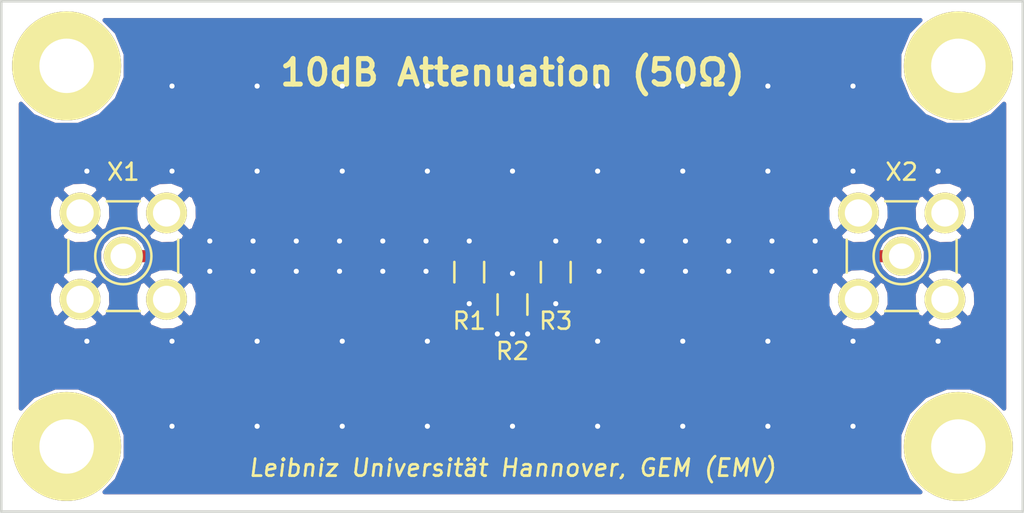
<source format=kicad_pcb>
(kicad_pcb (version 4) (host pcbnew 4.0.2+e4-6225~38~ubuntu15.10.1-stable)

  (general
    (links 83)
    (no_connects 0)
    (area 82.470143 88.521 185.693002 121.301)
    (thickness 1.6)
    (drawings 7)
    (tracks 11)
    (zones 0)
    (modules 80)
    (nets 5)
  )

  (page A4)
  (layers
    (0 F.Cu signal)
    (31 B.Cu signal)
    (32 B.Adhes user)
    (33 F.Adhes user)
    (34 B.Paste user)
    (35 F.Paste user)
    (36 B.SilkS user)
    (37 F.SilkS user)
    (38 B.Mask user)
    (39 F.Mask user)
    (40 Dwgs.User user)
    (41 Cmts.User user)
    (42 Eco1.User user)
    (43 Eco2.User user)
    (44 Edge.Cuts user)
    (45 Margin user)
    (46 B.CrtYd user)
    (47 F.CrtYd user)
    (48 B.Fab user)
    (49 F.Fab user)
  )

  (setup
    (last_trace_width 0.15)
    (trace_clearance 0.15)
    (zone_clearance 0.1)
    (zone_45_only no)
    (trace_min 0.15)
    (segment_width 0.1)
    (edge_width 0.15)
    (via_size 0.4)
    (via_drill 0.3)
    (via_min_size 0.4)
    (via_min_drill 0.3)
    (uvia_size 0.3)
    (uvia_drill 0.1)
    (uvias_allowed no)
    (uvia_min_size 0)
    (uvia_min_drill 0)
    (pcb_text_width 0.3)
    (pcb_text_size 1.5 1.5)
    (mod_edge_width 0.15)
    (mod_text_size 1 1)
    (mod_text_width 0.15)
    (pad_size 2.4 2.4)
    (pad_drill 1.6)
    (pad_to_mask_clearance 0.0762)
    (aux_axis_origin 120.028 104.986)
    (grid_origin 120.028 104.986)
    (visible_elements FFFFFF7F)
    (pcbplotparams
      (layerselection 0x000f0_80000001)
      (usegerberextensions false)
      (excludeedgelayer true)
      (linewidth 0.100000)
      (plotframeref false)
      (viasonmask false)
      (mode 1)
      (useauxorigin false)
      (hpglpennumber 1)
      (hpglpenspeed 20)
      (hpglpendiameter 15)
      (hpglpenoverlay 2)
      (psnegative false)
      (psa4output false)
      (plotreference true)
      (plotvalue true)
      (plotinvisibletext false)
      (padsonsilk false)
      (subtractmaskfromsilk false)
      (outputformat 1)
      (mirror false)
      (drillshape 0)
      (scaleselection 1)
      (outputdirectory ""))
  )

  (net 0 "")
  (net 1 GNDA)
  (net 2 "Net-(R1-Pad1)")
  (net 3 "Net-(R1-Pad2)")
  (net 4 "Net-(R3-Pad2)")

  (net_class Default "This is the default net class."
    (clearance 0.15)
    (trace_width 0.15)
    (via_dia 0.4)
    (via_drill 0.3)
    (uvia_dia 0.3)
    (uvia_drill 0.1)
    (add_net GNDA)
  )

  (net_class 50Ohm ""
    (clearance 0.15)
    (trace_width 0.714)
    (via_dia 0.4)
    (via_drill 0.3)
    (uvia_dia 0.3)
    (uvia_drill 0.1)
    (add_net "Net-(R1-Pad1)")
    (add_net "Net-(R1-Pad2)")
    (add_net "Net-(R3-Pad2)")
  )

  (module JueVias:VIA-0.3 (layer F.Cu) (tedit 575191BF) (tstamp 5762AE76)
    (at 120.917 109.558)
    (fp_text reference REF**1161 (at 0 -1) (layer F.SilkS) hide
      (effects (font (size 1 1) (thickness 0.15)))
    )
    (fp_text value VIA-0.3 (at 0 1) (layer F.Fab) hide
      (effects (font (size 1 1) (thickness 0.15)))
    )
    (pad 1 thru_hole circle (at 0 0) (size 0.6 0.6) (drill 0.3) (layers *.Cu)
      (net 1 GNDA))
  )

  (module JueVias:VIA-0.3 (layer F.Cu) (tedit 575191BF) (tstamp 5762AE5F)
    (at 119.139 109.558)
    (fp_text reference REF**1161 (at 0 -1) (layer F.SilkS) hide
      (effects (font (size 1 1) (thickness 0.15)))
    )
    (fp_text value VIA-0.3 (at 0 1) (layer F.Fab) hide
      (effects (font (size 1 1) (thickness 0.15)))
    )
    (pad 1 thru_hole circle (at 0 0) (size 0.6 0.6) (drill 0.3) (layers *.Cu)
      (net 1 GNDA))
  )

  (module JueVias:VIA-0.3 (layer F.Cu) (tedit 575191BF) (tstamp 5762AE5B)
    (at 120.028 106.002)
    (fp_text reference REF**1161 (at 0 -1) (layer F.SilkS) hide
      (effects (font (size 1 1) (thickness 0.15)))
    )
    (fp_text value VIA-0.3 (at 0 1) (layer F.Fab) hide
      (effects (font (size 1 1) (thickness 0.15)))
    )
    (pad 1 thru_hole circle (at 0 0) (size 0.6 0.6) (drill 0.3) (layers *.Cu)
      (net 1 GNDA))
  )

  (module JueVias:VIA-0.3 (layer F.Cu) (tedit 575191BF) (tstamp 5762AE57)
    (at 122.568 107.78)
    (fp_text reference REF**1161 (at 0 -1) (layer F.SilkS) hide
      (effects (font (size 1 1) (thickness 0.15)))
    )
    (fp_text value VIA-0.3 (at 0 1) (layer F.Fab) hide
      (effects (font (size 1 1) (thickness 0.15)))
    )
    (pad 1 thru_hole circle (at 0 0) (size 0.6 0.6) (drill 0.3) (layers *.Cu)
      (net 1 GNDA))
  )

  (module JueVias:VIA-0.3 (layer F.Cu) (tedit 575191BF) (tstamp 5762AE53)
    (at 117.488 107.78)
    (fp_text reference REF**1161 (at 0 -1) (layer F.SilkS) hide
      (effects (font (size 1 1) (thickness 0.15)))
    )
    (fp_text value VIA-0.3 (at 0 1) (layer F.Fab) hide
      (effects (font (size 1 1) (thickness 0.15)))
    )
    (pad 1 thru_hole circle (at 0 0) (size 0.6 0.6) (drill 0.3) (layers *.Cu)
      (net 1 GNDA))
  )

  (module JueVias:VIA-0.3 (layer F.Cu) (tedit 575191BF) (tstamp 5762AE4F)
    (at 122.568 104.097)
    (fp_text reference REF**1161 (at 0 -1) (layer F.SilkS) hide
      (effects (font (size 1 1) (thickness 0.15)))
    )
    (fp_text value VIA-0.3 (at 0 1) (layer F.Fab) hide
      (effects (font (size 1 1) (thickness 0.15)))
    )
    (pad 1 thru_hole circle (at 0 0) (size 0.6 0.6) (drill 0.3) (layers *.Cu)
      (net 1 GNDA))
  )

  (module JueVias:VIA-0.3 (layer F.Cu) (tedit 575191BF) (tstamp 5762AE2C)
    (at 117.488 104.097)
    (fp_text reference REF**1161 (at 0 -1) (layer F.SilkS) hide
      (effects (font (size 1 1) (thickness 0.15)))
    )
    (fp_text value VIA-0.3 (at 0 1) (layer F.Fab) hide
      (effects (font (size 1 1) (thickness 0.15)))
    )
    (pad 1 thru_hole circle (at 0 0) (size 0.6 0.6) (drill 0.3) (layers *.Cu)
      (net 1 GNDA))
  )

  (module Mounting_Holes:MountingHole_3.2mm_M3_Pad (layer F.Cu) (tedit 57518F98) (tstamp 57518FEC)
    (at 93.838 93.796)
    (descr "Mounting Hole 3.2mm, M3")
    (tags "mounting hole 3.2mm m3")
    (fp_text reference REF** (at 0 -4.2) (layer F.SilkS) hide
      (effects (font (size 1 1) (thickness 0.15)))
    )
    (fp_text value MountingHole_3.2mm_M3_Pad (at 0 4.2) (layer F.Fab) hide
      (effects (font (size 1 1) (thickness 0.15)))
    )
    (fp_circle (center 0 0) (end 3.2 0) (layer Cmts.User) (width 0.15))
    (fp_circle (center 0 0) (end 3.45 0) (layer F.CrtYd) (width 0.05))
    (pad 1 thru_hole circle (at 0 0) (size 6.4 6.4) (drill 3.2) (layers *.Cu *.Mask F.SilkS))
  )

  (module JueVias:VIA-0.3 (layer F.Cu) (tedit 575191BF) (tstamp 575EBBC2)
    (at 140.028 114.986)
    (fp_text reference REF**11711116 (at 0 -1) (layer F.SilkS) hide
      (effects (font (size 1 1) (thickness 0.15)))
    )
    (fp_text value VIA-0.3 (at 0 1) (layer F.Fab) hide
      (effects (font (size 1 1) (thickness 0.15)))
    )
    (pad 1 thru_hole circle (at 0 0) (size 0.6 0.6) (drill 0.3) (layers *.Cu)
      (net 1 GNDA))
  )

  (module JueVias:VIA-0.3 (layer F.Cu) (tedit 575191BF) (tstamp 575EBBBE)
    (at 135.028 114.986)
    (fp_text reference REF**11711106 (at 0 -1) (layer F.SilkS) hide
      (effects (font (size 1 1) (thickness 0.15)))
    )
    (fp_text value VIA-0.3 (at 0 1) (layer F.Fab) hide
      (effects (font (size 1 1) (thickness 0.15)))
    )
    (pad 1 thru_hole circle (at 0 0) (size 0.6 0.6) (drill 0.3) (layers *.Cu)
      (net 1 GNDA))
  )

  (module JueVias:VIA-0.3 (layer F.Cu) (tedit 575191BF) (tstamp 575EBBBA)
    (at 130.028 114.986)
    (fp_text reference REF**1171196 (at 0 -1) (layer F.SilkS) hide
      (effects (font (size 1 1) (thickness 0.15)))
    )
    (fp_text value VIA-0.3 (at 0 1) (layer F.Fab) hide
      (effects (font (size 1 1) (thickness 0.15)))
    )
    (pad 1 thru_hole circle (at 0 0) (size 0.6 0.6) (drill 0.3) (layers *.Cu)
      (net 1 GNDA))
  )

  (module JueVias:VIA-0.3 (layer F.Cu) (tedit 575191BF) (tstamp 575EBBB6)
    (at 125.028 114.986)
    (fp_text reference REF**1171186 (at 0 -1) (layer F.SilkS) hide
      (effects (font (size 1 1) (thickness 0.15)))
    )
    (fp_text value VIA-0.3 (at 0 1) (layer F.Fab) hide
      (effects (font (size 1 1) (thickness 0.15)))
    )
    (pad 1 thru_hole circle (at 0 0) (size 0.6 0.6) (drill 0.3) (layers *.Cu)
      (net 1 GNDA))
  )

  (module JueVias:VIA-0.3 (layer F.Cu) (tedit 575191BF) (tstamp 575EBBB2)
    (at 120.028 114.986)
    (fp_text reference REF**1171176 (at 0 -1) (layer F.SilkS) hide
      (effects (font (size 1 1) (thickness 0.15)))
    )
    (fp_text value VIA-0.3 (at 0 1) (layer F.Fab) hide
      (effects (font (size 1 1) (thickness 0.15)))
    )
    (pad 1 thru_hole circle (at 0 0) (size 0.6 0.6) (drill 0.3) (layers *.Cu)
      (net 1 GNDA))
  )

  (module JueVias:VIA-0.3 (layer F.Cu) (tedit 575191BF) (tstamp 575EBBAE)
    (at 115.028 114.986)
    (fp_text reference REF**1171166 (at 0 -1) (layer F.SilkS) hide
      (effects (font (size 1 1) (thickness 0.15)))
    )
    (fp_text value VIA-0.3 (at 0 1) (layer F.Fab) hide
      (effects (font (size 1 1) (thickness 0.15)))
    )
    (pad 1 thru_hole circle (at 0 0) (size 0.6 0.6) (drill 0.3) (layers *.Cu)
      (net 1 GNDA))
  )

  (module JueVias:VIA-0.3 (layer F.Cu) (tedit 575191BF) (tstamp 575EBBAA)
    (at 110.028 114.986)
    (fp_text reference REF**1171156 (at 0 -1) (layer F.SilkS) hide
      (effects (font (size 1 1) (thickness 0.15)))
    )
    (fp_text value VIA-0.3 (at 0 1) (layer F.Fab) hide
      (effects (font (size 1 1) (thickness 0.15)))
    )
    (pad 1 thru_hole circle (at 0 0) (size 0.6 0.6) (drill 0.3) (layers *.Cu)
      (net 1 GNDA))
  )

  (module JueVias:VIA-0.3 (layer F.Cu) (tedit 575191BF) (tstamp 575EBBA6)
    (at 105.028 114.986)
    (fp_text reference REF**1171146 (at 0 -1) (layer F.SilkS) hide
      (effects (font (size 1 1) (thickness 0.15)))
    )
    (fp_text value VIA-0.3 (at 0 1) (layer F.Fab) hide
      (effects (font (size 1 1) (thickness 0.15)))
    )
    (pad 1 thru_hole circle (at 0 0) (size 0.6 0.6) (drill 0.3) (layers *.Cu)
      (net 1 GNDA))
  )

  (module JueVias:VIA-0.3 (layer F.Cu) (tedit 575191BF) (tstamp 575EBBA2)
    (at 100.028 114.986)
    (fp_text reference REF**1171136 (at 0 -1) (layer F.SilkS) hide
      (effects (font (size 1 1) (thickness 0.15)))
    )
    (fp_text value VIA-0.3 (at 0 1) (layer F.Fab) hide
      (effects (font (size 1 1) (thickness 0.15)))
    )
    (pad 1 thru_hole circle (at 0 0) (size 0.6 0.6) (drill 0.3) (layers *.Cu)
      (net 1 GNDA))
  )

  (module JueVias:VIA-0.3 (layer F.Cu) (tedit 575191BF) (tstamp 575EBB92)
    (at 145.028 109.986)
    (fp_text reference REF**11711125 (at 0 -1) (layer F.SilkS) hide
      (effects (font (size 1 1) (thickness 0.15)))
    )
    (fp_text value VIA-0.3 (at 0 1) (layer F.Fab) hide
      (effects (font (size 1 1) (thickness 0.15)))
    )
    (pad 1 thru_hole circle (at 0 0) (size 0.6 0.6) (drill 0.3) (layers *.Cu)
      (net 1 GNDA))
  )

  (module JueVias:VIA-0.3 (layer F.Cu) (tedit 575191BF) (tstamp 575EBB8E)
    (at 140.028 109.986)
    (fp_text reference REF**11711115 (at 0 -1) (layer F.SilkS) hide
      (effects (font (size 1 1) (thickness 0.15)))
    )
    (fp_text value VIA-0.3 (at 0 1) (layer F.Fab) hide
      (effects (font (size 1 1) (thickness 0.15)))
    )
    (pad 1 thru_hole circle (at 0 0) (size 0.6 0.6) (drill 0.3) (layers *.Cu)
      (net 1 GNDA))
  )

  (module JueVias:VIA-0.3 (layer F.Cu) (tedit 575191BF) (tstamp 575EBB8A)
    (at 135.028 109.986)
    (fp_text reference REF**11711105 (at 0 -1) (layer F.SilkS) hide
      (effects (font (size 1 1) (thickness 0.15)))
    )
    (fp_text value VIA-0.3 (at 0 1) (layer F.Fab) hide
      (effects (font (size 1 1) (thickness 0.15)))
    )
    (pad 1 thru_hole circle (at 0 0) (size 0.6 0.6) (drill 0.3) (layers *.Cu)
      (net 1 GNDA))
  )

  (module JueVias:VIA-0.3 (layer F.Cu) (tedit 575191BF) (tstamp 575EBB86)
    (at 130.028 109.986)
    (fp_text reference REF**1171195 (at 0 -1) (layer F.SilkS) hide
      (effects (font (size 1 1) (thickness 0.15)))
    )
    (fp_text value VIA-0.3 (at 0 1) (layer F.Fab) hide
      (effects (font (size 1 1) (thickness 0.15)))
    )
    (pad 1 thru_hole circle (at 0 0) (size 0.6 0.6) (drill 0.3) (layers *.Cu)
      (net 1 GNDA))
  )

  (module JueVias:VIA-0.3 (layer F.Cu) (tedit 575191BF) (tstamp 575EBB82)
    (at 125.028 109.986)
    (fp_text reference REF**1171185 (at 0 -1) (layer F.SilkS) hide
      (effects (font (size 1 1) (thickness 0.15)))
    )
    (fp_text value VIA-0.3 (at 0 1) (layer F.Fab) hide
      (effects (font (size 1 1) (thickness 0.15)))
    )
    (pad 1 thru_hole circle (at 0 0) (size 0.6 0.6) (drill 0.3) (layers *.Cu)
      (net 1 GNDA))
  )

  (module JueVias:VIA-0.3 (layer F.Cu) (tedit 575191BF) (tstamp 575EBB7E)
    (at 120.028 109.558)
    (fp_text reference REF**1171175 (at 0 -1) (layer F.SilkS) hide
      (effects (font (size 1 1) (thickness 0.15)))
    )
    (fp_text value VIA-0.3 (at 0 1) (layer F.Fab) hide
      (effects (font (size 1 1) (thickness 0.15)))
    )
    (pad 1 thru_hole circle (at 0 0) (size 0.6 0.6) (drill 0.3) (layers *.Cu)
      (net 1 GNDA))
  )

  (module JueVias:VIA-0.3 (layer F.Cu) (tedit 575191BF) (tstamp 575EBB7A)
    (at 115.028 109.986)
    (fp_text reference REF**1171165 (at 0 -1) (layer F.SilkS) hide
      (effects (font (size 1 1) (thickness 0.15)))
    )
    (fp_text value VIA-0.3 (at 0 1) (layer F.Fab) hide
      (effects (font (size 1 1) (thickness 0.15)))
    )
    (pad 1 thru_hole circle (at 0 0) (size 0.6 0.6) (drill 0.3) (layers *.Cu)
      (net 1 GNDA))
  )

  (module JueVias:VIA-0.3 (layer F.Cu) (tedit 575191BF) (tstamp 575EBB76)
    (at 110.028 109.986)
    (fp_text reference REF**1171155 (at 0 -1) (layer F.SilkS) hide
      (effects (font (size 1 1) (thickness 0.15)))
    )
    (fp_text value VIA-0.3 (at 0 1) (layer F.Fab) hide
      (effects (font (size 1 1) (thickness 0.15)))
    )
    (pad 1 thru_hole circle (at 0 0) (size 0.6 0.6) (drill 0.3) (layers *.Cu)
      (net 1 GNDA))
  )

  (module JueVias:VIA-0.3 (layer F.Cu) (tedit 575191BF) (tstamp 575EBB72)
    (at 105.028 109.986)
    (fp_text reference REF**1171145 (at 0 -1) (layer F.SilkS) hide
      (effects (font (size 1 1) (thickness 0.15)))
    )
    (fp_text value VIA-0.3 (at 0 1) (layer F.Fab) hide
      (effects (font (size 1 1) (thickness 0.15)))
    )
    (pad 1 thru_hole circle (at 0 0) (size 0.6 0.6) (drill 0.3) (layers *.Cu)
      (net 1 GNDA))
  )

  (module JueVias:VIA-0.3 (layer F.Cu) (tedit 575191BF) (tstamp 575EBB6E)
    (at 100.028 109.986)
    (fp_text reference REF**1171135 (at 0 -1) (layer F.SilkS) hide
      (effects (font (size 1 1) (thickness 0.15)))
    )
    (fp_text value VIA-0.3 (at 0 1) (layer F.Fab) hide
      (effects (font (size 1 1) (thickness 0.15)))
    )
    (pad 1 thru_hole circle (at 0 0) (size 0.6 0.6) (drill 0.3) (layers *.Cu)
      (net 1 GNDA))
  )

  (module JueVias:VIA-0.3 (layer F.Cu) (tedit 575191BF) (tstamp 575EBB6A)
    (at 95.028 109.986)
    (fp_text reference REF**1171125 (at 0 -1) (layer F.SilkS) hide
      (effects (font (size 1 1) (thickness 0.15)))
    )
    (fp_text value VIA-0.3 (at 0 1) (layer F.Fab) hide
      (effects (font (size 1 1) (thickness 0.15)))
    )
    (pad 1 thru_hole circle (at 0 0) (size 0.6 0.6) (drill 0.3) (layers *.Cu)
      (net 1 GNDA))
  )

  (module JueVias:VIA-0.3 (layer F.Cu) (tedit 575191BF) (tstamp 575EBB2A)
    (at 145.028 99.986)
    (fp_text reference REF**11711123 (at 0 -1) (layer F.SilkS) hide
      (effects (font (size 1 1) (thickness 0.15)))
    )
    (fp_text value VIA-0.3 (at 0 1) (layer F.Fab) hide
      (effects (font (size 1 1) (thickness 0.15)))
    )
    (pad 1 thru_hole circle (at 0 0) (size 0.6 0.6) (drill 0.3) (layers *.Cu)
      (net 1 GNDA))
  )

  (module JueVias:VIA-0.3 (layer F.Cu) (tedit 575191BF) (tstamp 575EBB26)
    (at 140.028 99.986)
    (fp_text reference REF**11711113 (at 0 -1) (layer F.SilkS) hide
      (effects (font (size 1 1) (thickness 0.15)))
    )
    (fp_text value VIA-0.3 (at 0 1) (layer F.Fab) hide
      (effects (font (size 1 1) (thickness 0.15)))
    )
    (pad 1 thru_hole circle (at 0 0) (size 0.6 0.6) (drill 0.3) (layers *.Cu)
      (net 1 GNDA))
  )

  (module JueVias:VIA-0.3 (layer F.Cu) (tedit 575191BF) (tstamp 575EBB22)
    (at 135.028 99.986)
    (fp_text reference REF**11711103 (at 0 -1) (layer F.SilkS) hide
      (effects (font (size 1 1) (thickness 0.15)))
    )
    (fp_text value VIA-0.3 (at 0 1) (layer F.Fab) hide
      (effects (font (size 1 1) (thickness 0.15)))
    )
    (pad 1 thru_hole circle (at 0 0) (size 0.6 0.6) (drill 0.3) (layers *.Cu)
      (net 1 GNDA))
  )

  (module JueVias:VIA-0.3 (layer F.Cu) (tedit 575191BF) (tstamp 575EBB1E)
    (at 130.028 99.986)
    (fp_text reference REF**1171193 (at 0 -1) (layer F.SilkS) hide
      (effects (font (size 1 1) (thickness 0.15)))
    )
    (fp_text value VIA-0.3 (at 0 1) (layer F.Fab) hide
      (effects (font (size 1 1) (thickness 0.15)))
    )
    (pad 1 thru_hole circle (at 0 0) (size 0.6 0.6) (drill 0.3) (layers *.Cu)
      (net 1 GNDA))
  )

  (module JueVias:VIA-0.3 (layer F.Cu) (tedit 575191BF) (tstamp 575EBB1A)
    (at 125.028 99.986)
    (fp_text reference REF**1171183 (at 0 -1) (layer F.SilkS) hide
      (effects (font (size 1 1) (thickness 0.15)))
    )
    (fp_text value VIA-0.3 (at 0 1) (layer F.Fab) hide
      (effects (font (size 1 1) (thickness 0.15)))
    )
    (pad 1 thru_hole circle (at 0 0) (size 0.6 0.6) (drill 0.3) (layers *.Cu)
      (net 1 GNDA))
  )

  (module JueVias:VIA-0.3 (layer F.Cu) (tedit 575191BF) (tstamp 575EBB16)
    (at 120.028 99.986)
    (fp_text reference REF**1171173 (at 0 -1) (layer F.SilkS) hide
      (effects (font (size 1 1) (thickness 0.15)))
    )
    (fp_text value VIA-0.3 (at 0 1) (layer F.Fab) hide
      (effects (font (size 1 1) (thickness 0.15)))
    )
    (pad 1 thru_hole circle (at 0 0) (size 0.6 0.6) (drill 0.3) (layers *.Cu)
      (net 1 GNDA))
  )

  (module JueVias:VIA-0.3 (layer F.Cu) (tedit 575191BF) (tstamp 575EBB12)
    (at 115.028 99.986)
    (fp_text reference REF**1171163 (at 0 -1) (layer F.SilkS) hide
      (effects (font (size 1 1) (thickness 0.15)))
    )
    (fp_text value VIA-0.3 (at 0 1) (layer F.Fab) hide
      (effects (font (size 1 1) (thickness 0.15)))
    )
    (pad 1 thru_hole circle (at 0 0) (size 0.6 0.6) (drill 0.3) (layers *.Cu)
      (net 1 GNDA))
  )

  (module JueVias:VIA-0.3 (layer F.Cu) (tedit 575191BF) (tstamp 575EBB0E)
    (at 110.028 99.986)
    (fp_text reference REF**1171153 (at 0 -1) (layer F.SilkS) hide
      (effects (font (size 1 1) (thickness 0.15)))
    )
    (fp_text value VIA-0.3 (at 0 1) (layer F.Fab) hide
      (effects (font (size 1 1) (thickness 0.15)))
    )
    (pad 1 thru_hole circle (at 0 0) (size 0.6 0.6) (drill 0.3) (layers *.Cu)
      (net 1 GNDA))
  )

  (module JueVias:VIA-0.3 (layer F.Cu) (tedit 575191BF) (tstamp 575EBB0A)
    (at 105.028 99.986)
    (fp_text reference REF**1171143 (at 0 -1) (layer F.SilkS) hide
      (effects (font (size 1 1) (thickness 0.15)))
    )
    (fp_text value VIA-0.3 (at 0 1) (layer F.Fab) hide
      (effects (font (size 1 1) (thickness 0.15)))
    )
    (pad 1 thru_hole circle (at 0 0) (size 0.6 0.6) (drill 0.3) (layers *.Cu)
      (net 1 GNDA))
  )

  (module JueVias:VIA-0.3 (layer F.Cu) (tedit 575191BF) (tstamp 575EBB06)
    (at 100.028 99.986)
    (fp_text reference REF**1171133 (at 0 -1) (layer F.SilkS) hide
      (effects (font (size 1 1) (thickness 0.15)))
    )
    (fp_text value VIA-0.3 (at 0 1) (layer F.Fab) hide
      (effects (font (size 1 1) (thickness 0.15)))
    )
    (pad 1 thru_hole circle (at 0 0) (size 0.6 0.6) (drill 0.3) (layers *.Cu)
      (net 1 GNDA))
  )

  (module JueVias:VIA-0.3 (layer F.Cu) (tedit 575191BF) (tstamp 575EBB02)
    (at 95.028 99.986)
    (fp_text reference REF**1171123 (at 0 -1) (layer F.SilkS) hide
      (effects (font (size 1 1) (thickness 0.15)))
    )
    (fp_text value VIA-0.3 (at 0 1) (layer F.Fab) hide
      (effects (font (size 1 1) (thickness 0.15)))
    )
    (pad 1 thru_hole circle (at 0 0) (size 0.6 0.6) (drill 0.3) (layers *.Cu)
      (net 1 GNDA))
  )

  (module JueVias:VIA-0.3 (layer F.Cu) (tedit 575191BF) (tstamp 575EBAF2)
    (at 140.028 94.986)
    (fp_text reference REF**11711112 (at 0 -1) (layer F.SilkS) hide
      (effects (font (size 1 1) (thickness 0.15)))
    )
    (fp_text value VIA-0.3 (at 0 1) (layer F.Fab) hide
      (effects (font (size 1 1) (thickness 0.15)))
    )
    (pad 1 thru_hole circle (at 0 0) (size 0.6 0.6) (drill 0.3) (layers *.Cu)
      (net 1 GNDA))
  )

  (module JueVias:VIA-0.3 (layer F.Cu) (tedit 575191BF) (tstamp 575EBAEE)
    (at 135.028 94.986)
    (fp_text reference REF**11711102 (at 0 -1) (layer F.SilkS) hide
      (effects (font (size 1 1) (thickness 0.15)))
    )
    (fp_text value VIA-0.3 (at 0 1) (layer F.Fab) hide
      (effects (font (size 1 1) (thickness 0.15)))
    )
    (pad 1 thru_hole circle (at 0 0) (size 0.6 0.6) (drill 0.3) (layers *.Cu)
      (net 1 GNDA))
  )

  (module JueVias:VIA-0.3 (layer F.Cu) (tedit 575191BF) (tstamp 575EBAEA)
    (at 130.028 94.986)
    (fp_text reference REF**1171192 (at 0 -1) (layer F.SilkS) hide
      (effects (font (size 1 1) (thickness 0.15)))
    )
    (fp_text value VIA-0.3 (at 0 1) (layer F.Fab) hide
      (effects (font (size 1 1) (thickness 0.15)))
    )
    (pad 1 thru_hole circle (at 0 0) (size 0.6 0.6) (drill 0.3) (layers *.Cu)
      (net 1 GNDA))
  )

  (module JueVias:VIA-0.3 (layer F.Cu) (tedit 575191BF) (tstamp 575EBAE6)
    (at 125.028 94.986)
    (fp_text reference REF**1171182 (at 0 -1) (layer F.SilkS) hide
      (effects (font (size 1 1) (thickness 0.15)))
    )
    (fp_text value VIA-0.3 (at 0 1) (layer F.Fab) hide
      (effects (font (size 1 1) (thickness 0.15)))
    )
    (pad 1 thru_hole circle (at 0 0) (size 0.6 0.6) (drill 0.3) (layers *.Cu)
      (net 1 GNDA))
  )

  (module JueVias:VIA-0.3 (layer F.Cu) (tedit 575191BF) (tstamp 575EBAE2)
    (at 120.028 94.986)
    (fp_text reference REF**1171172 (at 0 -1) (layer F.SilkS) hide
      (effects (font (size 1 1) (thickness 0.15)))
    )
    (fp_text value VIA-0.3 (at 0 1) (layer F.Fab) hide
      (effects (font (size 1 1) (thickness 0.15)))
    )
    (pad 1 thru_hole circle (at 0 0) (size 0.6 0.6) (drill 0.3) (layers *.Cu)
      (net 1 GNDA))
  )

  (module JueVias:VIA-0.3 (layer F.Cu) (tedit 575191BF) (tstamp 575EBADE)
    (at 115.028 94.986)
    (fp_text reference REF**1171162 (at 0 -1) (layer F.SilkS) hide
      (effects (font (size 1 1) (thickness 0.15)))
    )
    (fp_text value VIA-0.3 (at 0 1) (layer F.Fab) hide
      (effects (font (size 1 1) (thickness 0.15)))
    )
    (pad 1 thru_hole circle (at 0 0) (size 0.6 0.6) (drill 0.3) (layers *.Cu)
      (net 1 GNDA))
  )

  (module JueVias:VIA-0.3 (layer F.Cu) (tedit 575191BF) (tstamp 575EBADA)
    (at 110.028 94.986)
    (fp_text reference REF**1171152 (at 0 -1) (layer F.SilkS) hide
      (effects (font (size 1 1) (thickness 0.15)))
    )
    (fp_text value VIA-0.3 (at 0 1) (layer F.Fab) hide
      (effects (font (size 1 1) (thickness 0.15)))
    )
    (pad 1 thru_hole circle (at 0 0) (size 0.6 0.6) (drill 0.3) (layers *.Cu)
      (net 1 GNDA))
  )

  (module JueVias:VIA-0.3 (layer F.Cu) (tedit 575191BF) (tstamp 575EBAD6)
    (at 105.028 94.986)
    (fp_text reference REF**1171142 (at 0 -1) (layer F.SilkS) hide
      (effects (font (size 1 1) (thickness 0.15)))
    )
    (fp_text value VIA-0.3 (at 0 1) (layer F.Fab) hide
      (effects (font (size 1 1) (thickness 0.15)))
    )
    (pad 1 thru_hole circle (at 0 0) (size 0.6 0.6) (drill 0.3) (layers *.Cu)
      (net 1 GNDA))
  )

  (module JueVias:VIA-0.3 (layer F.Cu) (tedit 575191BF) (tstamp 575EBAD2)
    (at 100.028 94.986)
    (fp_text reference REF**1171132 (at 0 -1) (layer F.SilkS) hide
      (effects (font (size 1 1) (thickness 0.15)))
    )
    (fp_text value VIA-0.3 (at 0 1) (layer F.Fab) hide
      (effects (font (size 1 1) (thickness 0.15)))
    )
    (pad 1 thru_hole circle (at 0 0) (size 0.6 0.6) (drill 0.3) (layers *.Cu)
      (net 1 GNDA))
  )

  (module JueVias:VIA-0.3 (layer F.Cu) (tedit 575191BF) (tstamp 575EB886)
    (at 114.948 105.875)
    (fp_text reference REF**11161 (at 0 -1) (layer F.SilkS) hide
      (effects (font (size 1 1) (thickness 0.15)))
    )
    (fp_text value VIA-0.3 (at 0 1) (layer F.Fab) hide
      (effects (font (size 1 1) (thickness 0.15)))
    )
    (pad 1 thru_hole circle (at 0 0) (size 0.6 0.6) (drill 0.3) (layers *.Cu)
      (net 1 GNDA))
  )

  (module JueVias:VIA-0.3 (layer F.Cu) (tedit 575191BF) (tstamp 575EB882)
    (at 109.868 105.875)
    (fp_text reference REF**11141 (at 0 -1) (layer F.SilkS) hide
      (effects (font (size 1 1) (thickness 0.15)))
    )
    (fp_text value VIA-0.3 (at 0 1) (layer F.Fab) hide
      (effects (font (size 1 1) (thickness 0.15)))
    )
    (pad 1 thru_hole circle (at 0 0) (size 0.6 0.6) (drill 0.3) (layers *.Cu)
      (net 1 GNDA))
  )

  (module JueVias:VIA-0.3 (layer F.Cu) (tedit 575191BF) (tstamp 575EB87E)
    (at 107.328 105.875)
    (fp_text reference REF**11131 (at 0 -1) (layer F.SilkS) hide
      (effects (font (size 1 1) (thickness 0.15)))
    )
    (fp_text value VIA-0.3 (at 0 1) (layer F.Fab) hide
      (effects (font (size 1 1) (thickness 0.15)))
    )
    (pad 1 thru_hole circle (at 0 0) (size 0.6 0.6) (drill 0.3) (layers *.Cu)
      (net 1 GNDA))
  )

  (module JueVias:VIA-0.3 (layer F.Cu) (tedit 575191BF) (tstamp 575EB87A)
    (at 112.408 105.875)
    (fp_text reference REF**11151 (at 0 -1) (layer F.SilkS) hide
      (effects (font (size 1 1) (thickness 0.15)))
    )
    (fp_text value VIA-0.3 (at 0 1) (layer F.Fab) hide
      (effects (font (size 1 1) (thickness 0.15)))
    )
    (pad 1 thru_hole circle (at 0 0) (size 0.6 0.6) (drill 0.3) (layers *.Cu)
      (net 1 GNDA))
  )

  (module JueVias:VIA-0.3 (layer F.Cu) (tedit 575191BF) (tstamp 575EB876)
    (at 114.948 104.097)
    (fp_text reference REF**1161 (at 0 -1) (layer F.SilkS) hide
      (effects (font (size 1 1) (thickness 0.15)))
    )
    (fp_text value VIA-0.3 (at 0 1) (layer F.Fab) hide
      (effects (font (size 1 1) (thickness 0.15)))
    )
    (pad 1 thru_hole circle (at 0 0) (size 0.6 0.6) (drill 0.3) (layers *.Cu)
      (net 1 GNDA))
  )

  (module JueVias:VIA-0.3 (layer F.Cu) (tedit 575191BF) (tstamp 575EB872)
    (at 109.868 104.097)
    (fp_text reference REF**1141 (at 0 -1) (layer F.SilkS) hide
      (effects (font (size 1 1) (thickness 0.15)))
    )
    (fp_text value VIA-0.3 (at 0 1) (layer F.Fab) hide
      (effects (font (size 1 1) (thickness 0.15)))
    )
    (pad 1 thru_hole circle (at 0 0) (size 0.6 0.6) (drill 0.3) (layers *.Cu)
      (net 1 GNDA))
  )

  (module JueVias:VIA-0.3 (layer F.Cu) (tedit 575191BF) (tstamp 575EB86E)
    (at 107.328 104.097)
    (fp_text reference REF**1131 (at 0 -1) (layer F.SilkS) hide
      (effects (font (size 1 1) (thickness 0.15)))
    )
    (fp_text value VIA-0.3 (at 0 1) (layer F.Fab) hide
      (effects (font (size 1 1) (thickness 0.15)))
    )
    (pad 1 thru_hole circle (at 0 0) (size 0.6 0.6) (drill 0.3) (layers *.Cu)
      (net 1 GNDA))
  )

  (module JueVias:VIA-0.3 (layer F.Cu) (tedit 575191BF) (tstamp 575EB86A)
    (at 112.408 104.097)
    (fp_text reference REF**1151 (at 0 -1) (layer F.SilkS) hide
      (effects (font (size 1 1) (thickness 0.15)))
    )
    (fp_text value VIA-0.3 (at 0 1) (layer F.Fab) hide
      (effects (font (size 1 1) (thickness 0.15)))
    )
    (pad 1 thru_hole circle (at 0 0) (size 0.6 0.6) (drill 0.3) (layers *.Cu)
      (net 1 GNDA))
  )

  (module JueVias:VIA-0.3 (layer F.Cu) (tedit 575191BF) (tstamp 575EB85E)
    (at 102.248 105.875)
    (fp_text reference REF**11111 (at 0 -1) (layer F.SilkS) hide
      (effects (font (size 1 1) (thickness 0.15)))
    )
    (fp_text value VIA-0.3 (at 0 1) (layer F.Fab) hide
      (effects (font (size 1 1) (thickness 0.15)))
    )
    (pad 1 thru_hole circle (at 0 0) (size 0.6 0.6) (drill 0.3) (layers *.Cu)
      (net 1 GNDA))
  )

  (module JueVias:VIA-0.3 (layer F.Cu) (tedit 575191BF) (tstamp 575EB85A)
    (at 104.788 105.875)
    (fp_text reference REF**11121 (at 0 -1) (layer F.SilkS) hide
      (effects (font (size 1 1) (thickness 0.15)))
    )
    (fp_text value VIA-0.3 (at 0 1) (layer F.Fab) hide
      (effects (font (size 1 1) (thickness 0.15)))
    )
    (pad 1 thru_hole circle (at 0 0) (size 0.6 0.6) (drill 0.3) (layers *.Cu)
      (net 1 GNDA))
  )

  (module JueVias:VIA-0.3 (layer F.Cu) (tedit 575191BF) (tstamp 575EB856)
    (at 104.788 104.097)
    (fp_text reference REF**1121 (at 0 -1) (layer F.SilkS) hide
      (effects (font (size 1 1) (thickness 0.15)))
    )
    (fp_text value VIA-0.3 (at 0 1) (layer F.Fab) hide
      (effects (font (size 1 1) (thickness 0.15)))
    )
    (pad 1 thru_hole circle (at 0 0) (size 0.6 0.6) (drill 0.3) (layers *.Cu)
      (net 1 GNDA))
  )

  (module JueVias:VIA-0.3 (layer F.Cu) (tedit 575191BF) (tstamp 575EB852)
    (at 102.248 104.097)
    (fp_text reference REF**1111 (at 0 -1) (layer F.SilkS) hide
      (effects (font (size 1 1) (thickness 0.15)))
    )
    (fp_text value VIA-0.3 (at 0 1) (layer F.Fab) hide
      (effects (font (size 1 1) (thickness 0.15)))
    )
    (pad 1 thru_hole circle (at 0 0) (size 0.6 0.6) (drill 0.3) (layers *.Cu)
      (net 1 GNDA))
  )

  (module JueVias:VIA-0.3 (layer F.Cu) (tedit 575191BF) (tstamp 575EB7EE)
    (at 137.808 105.875)
    (fp_text reference REF**11171 (at 0 -1) (layer F.SilkS) hide
      (effects (font (size 1 1) (thickness 0.15)))
    )
    (fp_text value VIA-0.3 (at 0 1) (layer F.Fab) hide
      (effects (font (size 1 1) (thickness 0.15)))
    )
    (pad 1 thru_hole circle (at 0 0) (size 0.6 0.6) (drill 0.3) (layers *.Cu)
      (net 1 GNDA))
  )

  (module JueVias:VIA-0.3 (layer F.Cu) (tedit 575191BF) (tstamp 575EB7EA)
    (at 135.268 105.875)
    (fp_text reference REF**11161 (at 0 -1) (layer F.SilkS) hide
      (effects (font (size 1 1) (thickness 0.15)))
    )
    (fp_text value VIA-0.3 (at 0 1) (layer F.Fab) hide
      (effects (font (size 1 1) (thickness 0.15)))
    )
    (pad 1 thru_hole circle (at 0 0) (size 0.6 0.6) (drill 0.3) (layers *.Cu)
      (net 1 GNDA))
  )

  (module JueVias:VIA-0.3 (layer F.Cu) (tedit 575191BF) (tstamp 575EB7E6)
    (at 132.728 105.875)
    (fp_text reference REF**11151 (at 0 -1) (layer F.SilkS) hide
      (effects (font (size 1 1) (thickness 0.15)))
    )
    (fp_text value VIA-0.3 (at 0 1) (layer F.Fab) hide
      (effects (font (size 1 1) (thickness 0.15)))
    )
    (pad 1 thru_hole circle (at 0 0) (size 0.6 0.6) (drill 0.3) (layers *.Cu)
      (net 1 GNDA))
  )

  (module JueVias:VIA-0.3 (layer F.Cu) (tedit 575191BF) (tstamp 575EB7E2)
    (at 130.188 105.875)
    (fp_text reference REF**11141 (at 0 -1) (layer F.SilkS) hide
      (effects (font (size 1 1) (thickness 0.15)))
    )
    (fp_text value VIA-0.3 (at 0 1) (layer F.Fab) hide
      (effects (font (size 1 1) (thickness 0.15)))
    )
    (pad 1 thru_hole circle (at 0 0) (size 0.6 0.6) (drill 0.3) (layers *.Cu)
      (net 1 GNDA))
  )

  (module JueVias:VIA-0.3 (layer F.Cu) (tedit 575191BF) (tstamp 575EB7DE)
    (at 127.648 105.875)
    (fp_text reference REF**11131 (at 0 -1) (layer F.SilkS) hide
      (effects (font (size 1 1) (thickness 0.15)))
    )
    (fp_text value VIA-0.3 (at 0 1) (layer F.Fab) hide
      (effects (font (size 1 1) (thickness 0.15)))
    )
    (pad 1 thru_hole circle (at 0 0) (size 0.6 0.6) (drill 0.3) (layers *.Cu)
      (net 1 GNDA))
  )

  (module JueVias:VIA-0.3 (layer F.Cu) (tedit 575191BF) (tstamp 575EB7DA)
    (at 125.108 105.875)
    (fp_text reference REF**11121 (at 0 -1) (layer F.SilkS) hide
      (effects (font (size 1 1) (thickness 0.15)))
    )
    (fp_text value VIA-0.3 (at 0 1) (layer F.Fab) hide
      (effects (font (size 1 1) (thickness 0.15)))
    )
    (pad 1 thru_hole circle (at 0 0) (size 0.6 0.6) (drill 0.3) (layers *.Cu)
      (net 1 GNDA))
  )

  (module JueVias:VIA-0.3 (layer F.Cu) (tedit 575191BF) (tstamp 575EB79E)
    (at 137.808 104.097)
    (fp_text reference REF**1171 (at 0 -1) (layer F.SilkS) hide
      (effects (font (size 1 1) (thickness 0.15)))
    )
    (fp_text value VIA-0.3 (at 0 1) (layer F.Fab) hide
      (effects (font (size 1 1) (thickness 0.15)))
    )
    (pad 1 thru_hole circle (at 0 0) (size 0.6 0.6) (drill 0.3) (layers *.Cu)
      (net 1 GNDA))
  )

  (module JueVias:VIA-0.3 (layer F.Cu) (tedit 575191BF) (tstamp 575EB79A)
    (at 135.268 104.097)
    (fp_text reference REF**1161 (at 0 -1) (layer F.SilkS) hide
      (effects (font (size 1 1) (thickness 0.15)))
    )
    (fp_text value VIA-0.3 (at 0 1) (layer F.Fab) hide
      (effects (font (size 1 1) (thickness 0.15)))
    )
    (pad 1 thru_hole circle (at 0 0) (size 0.6 0.6) (drill 0.3) (layers *.Cu)
      (net 1 GNDA))
  )

  (module JueVias:VIA-0.3 (layer F.Cu) (tedit 575191BF) (tstamp 575EB796)
    (at 132.728 104.097)
    (fp_text reference REF**1151 (at 0 -1) (layer F.SilkS) hide
      (effects (font (size 1 1) (thickness 0.15)))
    )
    (fp_text value VIA-0.3 (at 0 1) (layer F.Fab) hide
      (effects (font (size 1 1) (thickness 0.15)))
    )
    (pad 1 thru_hole circle (at 0 0) (size 0.6 0.6) (drill 0.3) (layers *.Cu)
      (net 1 GNDA))
  )

  (module JueVias:VIA-0.3 (layer F.Cu) (tedit 575191BF) (tstamp 575EB792)
    (at 130.188 104.097)
    (fp_text reference REF**1141 (at 0 -1) (layer F.SilkS) hide
      (effects (font (size 1 1) (thickness 0.15)))
    )
    (fp_text value VIA-0.3 (at 0 1) (layer F.Fab) hide
      (effects (font (size 1 1) (thickness 0.15)))
    )
    (pad 1 thru_hole circle (at 0 0) (size 0.6 0.6) (drill 0.3) (layers *.Cu)
      (net 1 GNDA))
  )

  (module JueVias:VIA-0.3 (layer F.Cu) (tedit 575191BF) (tstamp 575EB78E)
    (at 127.648 104.097)
    (fp_text reference REF**1131 (at 0 -1) (layer F.SilkS) hide
      (effects (font (size 1 1) (thickness 0.15)))
    )
    (fp_text value VIA-0.3 (at 0 1) (layer F.Fab) hide
      (effects (font (size 1 1) (thickness 0.15)))
    )
    (pad 1 thru_hole circle (at 0 0) (size 0.6 0.6) (drill 0.3) (layers *.Cu)
      (net 1 GNDA))
  )

  (module JueVias:VIA-0.3 (layer F.Cu) (tedit 575191BF) (tstamp 575EB78A)
    (at 125.108 104.097)
    (fp_text reference REF**1121 (at 0 -1) (layer F.SilkS) hide
      (effects (font (size 1 1) (thickness 0.15)))
    )
    (fp_text value VIA-0.3 (at 0 1) (layer F.Fab) hide
      (effects (font (size 1 1) (thickness 0.15)))
    )
    (pad 1 thru_hole circle (at 0 0) (size 0.6 0.6) (drill 0.3) (layers *.Cu)
      (net 1 GNDA))
  )

  (module Mounting_Holes:MountingHole_3.2mm_M3_Pad (layer F.Cu) (tedit 57518F98) (tstamp 57518FD6)
    (at 146.218 116.176)
    (descr "Mounting Hole 3.2mm, M3")
    (tags "mounting hole 3.2mm m3")
    (fp_text reference REF** (at 0 -4.2) (layer F.SilkS) hide
      (effects (font (size 1 1) (thickness 0.15)))
    )
    (fp_text value MountingHole_3.2mm_M3_Pad (at 0 4.2) (layer F.Fab) hide
      (effects (font (size 1 1) (thickness 0.15)))
    )
    (fp_circle (center 0 0) (end 3.2 0) (layer Cmts.User) (width 0.15))
    (fp_circle (center 0 0) (end 3.45 0) (layer F.CrtYd) (width 0.05))
    (pad 1 thru_hole circle (at 0 0) (size 6.4 6.4) (drill 3.2) (layers *.Cu *.Mask F.SilkS))
  )

  (module Mounting_Holes:MountingHole_3.2mm_M3_Pad (layer F.Cu) (tedit 57518F98) (tstamp 57518FC5)
    (at 93.838 116.176)
    (descr "Mounting Hole 3.2mm, M3")
    (tags "mounting hole 3.2mm m3")
    (fp_text reference REF** (at 0 -4.2) (layer F.SilkS) hide
      (effects (font (size 1 1) (thickness 0.15)))
    )
    (fp_text value MountingHole_3.2mm_M3_Pad (at 0 4.2) (layer F.Fab) hide
      (effects (font (size 1 1) (thickness 0.15)))
    )
    (fp_circle (center 0 0) (end 3.2 0) (layer Cmts.User) (width 0.15))
    (fp_circle (center 0 0) (end 3.45 0) (layer F.CrtYd) (width 0.05))
    (pad 1 thru_hole circle (at 0 0) (size 6.4 6.4) (drill 3.2) (layers *.Cu *.Mask F.SilkS))
  )

  (module Mounting_Holes:MountingHole_3.2mm_M3_Pad (layer F.Cu) (tedit 57518F98) (tstamp 57518F88)
    (at 146.218 93.796)
    (descr "Mounting Hole 3.2mm, M3")
    (tags "mounting hole 3.2mm m3")
    (fp_text reference REF** (at 0 -4.2) (layer F.SilkS) hide
      (effects (font (size 1 1) (thickness 0.15)))
    )
    (fp_text value MountingHole_3.2mm_M3_Pad (at 0 4.2) (layer F.Fab) hide
      (effects (font (size 1 1) (thickness 0.15)))
    )
    (fp_circle (center 0 0) (end 3.2 0) (layer Cmts.User) (width 0.15))
    (fp_circle (center 0 0) (end 3.45 0) (layer F.CrtYd) (width 0.05))
    (pad 1 thru_hole circle (at 0 0) (size 6.4 6.4) (drill 3.2) (layers *.Cu *.Mask F.SilkS))
  )

  (module JueConnectors:SMA-F-THT (layer F.Cu) (tedit 575EBBCE) (tstamp 57518EB7)
    (at 142.888 104.986)
    (path /5762A83A)
    (fp_text reference X2 (at 0 -4.953) (layer F.SilkS)
      (effects (font (size 1 1) (thickness 0.15)))
    )
    (fp_text value SMA-F (at 0 5.08) (layer F.Fab)
      (effects (font (size 1 1) (thickness 0.15)))
    )
    (fp_circle (center 0 0) (end 1.651 0) (layer F.SilkS) (width 0.15))
    (fp_line (start 4.1925 4.1925) (end 4.1925 -4.1925) (layer F.CrtYd) (width 0.05))
    (fp_line (start -4.1925 4.1925) (end 4.1925 4.1925) (layer F.CrtYd) (width 0.05))
    (fp_line (start -4.1925 -4.1925) (end -4.1925 4.1925) (layer F.CrtYd) (width 0.05))
    (fp_line (start 4.1925 -4.1925) (end -4.1925 -4.1925) (layer F.CrtYd) (width 0.05))
    (fp_line (start -0.9675 -3.225) (end 0.9675 -3.225) (layer F.SilkS) (width 0.15))
    (fp_line (start 3.225 -0.9675) (end 3.225 0.9675) (layer F.SilkS) (width 0.15))
    (fp_line (start -0.9675 3.225) (end 0.9675 3.225) (layer F.SilkS) (width 0.15))
    (fp_line (start -3.225 -0.9675) (end -3.225 0.9675) (layer F.SilkS) (width 0.15))
    (pad GND thru_hole circle (at -2.54 -2.54) (size 2.4 2.4) (drill 1.6) (layers *.Cu *.Mask F.SilkS)
      (net 1 GNDA) (zone_connect 1))
    (pad GND thru_hole circle (at 2.54 -2.54) (size 2.4 2.4) (drill 1.6) (layers *.Cu *.Mask F.SilkS)
      (net 1 GNDA) (zone_connect 1))
    (pad GND thru_hole circle (at -2.54 2.54) (size 2.4 2.4) (drill 1.6) (layers *.Cu *.Mask F.SilkS)
      (net 1 GNDA) (zone_connect 1))
    (pad GND thru_hole circle (at 2.54 2.54) (size 2.4 2.4) (drill 1.6) (layers *.Cu *.Mask F.SilkS)
      (net 1 GNDA) (zone_connect 1))
    (pad HF thru_hole circle (at 0 0) (size 2.3 2.3) (drill 1.5) (layers *.Cu *.Mask F.SilkS)
      (net 4 "Net-(R3-Pad2)") (zone_connect 1))
  )

  (module JueConnectors:SMA-F-THT (layer F.Cu) (tedit 575EBBCE) (tstamp 57518EAE)
    (at 97.168 104.986)
    (path /5762A821)
    (fp_text reference X1 (at 0 -4.953) (layer F.SilkS)
      (effects (font (size 1 1) (thickness 0.15)))
    )
    (fp_text value SMA-F (at 0 5.08) (layer F.Fab)
      (effects (font (size 1 1) (thickness 0.15)))
    )
    (fp_circle (center 0 0) (end 1.651 0) (layer F.SilkS) (width 0.15))
    (fp_line (start 4.1925 4.1925) (end 4.1925 -4.1925) (layer F.CrtYd) (width 0.05))
    (fp_line (start -4.1925 4.1925) (end 4.1925 4.1925) (layer F.CrtYd) (width 0.05))
    (fp_line (start -4.1925 -4.1925) (end -4.1925 4.1925) (layer F.CrtYd) (width 0.05))
    (fp_line (start 4.1925 -4.1925) (end -4.1925 -4.1925) (layer F.CrtYd) (width 0.05))
    (fp_line (start -0.9675 -3.225) (end 0.9675 -3.225) (layer F.SilkS) (width 0.15))
    (fp_line (start 3.225 -0.9675) (end 3.225 0.9675) (layer F.SilkS) (width 0.15))
    (fp_line (start -0.9675 3.225) (end 0.9675 3.225) (layer F.SilkS) (width 0.15))
    (fp_line (start -3.225 -0.9675) (end -3.225 0.9675) (layer F.SilkS) (width 0.15))
    (pad GND thru_hole circle (at -2.54 -2.54) (size 2.4 2.4) (drill 1.6) (layers *.Cu *.Mask F.SilkS)
      (net 1 GNDA) (zone_connect 1))
    (pad GND thru_hole circle (at 2.54 -2.54) (size 2.4 2.4) (drill 1.6) (layers *.Cu *.Mask F.SilkS)
      (net 1 GNDA) (zone_connect 1))
    (pad GND thru_hole circle (at -2.54 2.54) (size 2.4 2.4) (drill 1.6) (layers *.Cu *.Mask F.SilkS)
      (net 1 GNDA) (zone_connect 1))
    (pad GND thru_hole circle (at 2.54 2.54) (size 2.4 2.4) (drill 1.6) (layers *.Cu *.Mask F.SilkS)
      (net 1 GNDA) (zone_connect 1))
    (pad HF thru_hole circle (at 0 0) (size 2.3 2.3) (drill 1.5) (layers *.Cu *.Mask F.SilkS)
      (net 2 "Net-(R1-Pad1)") (zone_connect 1))
  )

  (module Resistors_SMD:R_0805 (layer F.Cu) (tedit 5415CDEB) (tstamp 5762AD29)
    (at 117.488 105.9258 270)
    (descr "Resistor SMD 0805, reflow soldering, Vishay (see dcrcw.pdf)")
    (tags "resistor 0805")
    (path /5762A903)
    (attr smd)
    (fp_text reference R1 (at 2.8702 0 360) (layer F.SilkS)
      (effects (font (size 1 1) (thickness 0.15)))
    )
    (fp_text value 26R1 (at 0 0 270) (layer F.Fab)
      (effects (font (size 1 1) (thickness 0.15)))
    )
    (fp_line (start -1.6 -1) (end 1.6 -1) (layer F.CrtYd) (width 0.05))
    (fp_line (start -1.6 1) (end 1.6 1) (layer F.CrtYd) (width 0.05))
    (fp_line (start -1.6 -1) (end -1.6 1) (layer F.CrtYd) (width 0.05))
    (fp_line (start 1.6 -1) (end 1.6 1) (layer F.CrtYd) (width 0.05))
    (fp_line (start 0.6 0.875) (end -0.6 0.875) (layer F.SilkS) (width 0.15))
    (fp_line (start -0.6 -0.875) (end 0.6 -0.875) (layer F.SilkS) (width 0.15))
    (pad 1 smd rect (at -0.95 0 270) (size 0.7 1.3) (layers F.Cu F.Paste F.Mask)
      (net 2 "Net-(R1-Pad1)"))
    (pad 2 smd rect (at 0.95 0 270) (size 0.7 1.3) (layers F.Cu F.Paste F.Mask)
      (net 3 "Net-(R1-Pad2)"))
    (model Resistors_SMD.3dshapes/R_0805.wrl
      (at (xyz 0 0 0))
      (scale (xyz 1 1 1))
      (rotate (xyz 0 0 0))
    )
  )

  (module Resistors_SMD:R_0805 (layer F.Cu) (tedit 5415CDEB) (tstamp 5762AD2F)
    (at 120.028 107.8308 270)
    (descr "Resistor SMD 0805, reflow soldering, Vishay (see dcrcw.pdf)")
    (tags "resistor 0805")
    (path /5762AC87)
    (attr smd)
    (fp_text reference R2 (at 2.7432 0 360) (layer F.SilkS)
      (effects (font (size 1 1) (thickness 0.15)))
    )
    (fp_text value 34R8 (at 0 0 270) (layer F.Fab)
      (effects (font (size 1 1) (thickness 0.15)))
    )
    (fp_line (start -1.6 -1) (end 1.6 -1) (layer F.CrtYd) (width 0.05))
    (fp_line (start -1.6 1) (end 1.6 1) (layer F.CrtYd) (width 0.05))
    (fp_line (start -1.6 -1) (end -1.6 1) (layer F.CrtYd) (width 0.05))
    (fp_line (start 1.6 -1) (end 1.6 1) (layer F.CrtYd) (width 0.05))
    (fp_line (start 0.6 0.875) (end -0.6 0.875) (layer F.SilkS) (width 0.15))
    (fp_line (start -0.6 -0.875) (end 0.6 -0.875) (layer F.SilkS) (width 0.15))
    (pad 1 smd rect (at -0.95 0 270) (size 0.7 1.3) (layers F.Cu F.Paste F.Mask)
      (net 3 "Net-(R1-Pad2)"))
    (pad 2 smd rect (at 0.95 0 270) (size 0.7 1.3) (layers F.Cu F.Paste F.Mask)
      (net 1 GNDA))
    (model Resistors_SMD.3dshapes/R_0805.wrl
      (at (xyz 0 0 0))
      (scale (xyz 1 1 1))
      (rotate (xyz 0 0 0))
    )
  )

  (module Resistors_SMD:R_0805 (layer F.Cu) (tedit 5415CDEB) (tstamp 5762AD35)
    (at 122.568 105.9258 90)
    (descr "Resistor SMD 0805, reflow soldering, Vishay (see dcrcw.pdf)")
    (tags "resistor 0805")
    (path /5762A9BF)
    (attr smd)
    (fp_text reference R3 (at -2.8702 0 180) (layer F.SilkS)
      (effects (font (size 1 1) (thickness 0.15)))
    )
    (fp_text value 26R1 (at 0 0 90) (layer F.Fab)
      (effects (font (size 1 1) (thickness 0.15)))
    )
    (fp_line (start -1.6 -1) (end 1.6 -1) (layer F.CrtYd) (width 0.05))
    (fp_line (start -1.6 1) (end 1.6 1) (layer F.CrtYd) (width 0.05))
    (fp_line (start -1.6 -1) (end -1.6 1) (layer F.CrtYd) (width 0.05))
    (fp_line (start 1.6 -1) (end 1.6 1) (layer F.CrtYd) (width 0.05))
    (fp_line (start 0.6 0.875) (end -0.6 0.875) (layer F.SilkS) (width 0.15))
    (fp_line (start -0.6 -0.875) (end 0.6 -0.875) (layer F.SilkS) (width 0.15))
    (pad 1 smd rect (at -0.95 0 90) (size 0.7 1.3) (layers F.Cu F.Paste F.Mask)
      (net 3 "Net-(R1-Pad2)"))
    (pad 2 smd rect (at 0.95 0 90) (size 0.7 1.3) (layers F.Cu F.Paste F.Mask)
      (net 4 "Net-(R3-Pad2)"))
    (model Resistors_SMD.3dshapes/R_0805.wrl
      (at (xyz 0 0 0))
      (scale (xyz 1 1 1))
      (rotate (xyz 0 0 0))
    )
  )

  (gr_text "10dB Attenuation (50Ω)" (at 120.028 94.191) (layer F.SilkS)
    (effects (font (size 1.5 1.5) (thickness 0.3)))
  )
  (gr_line (start 90 120) (end 150 120) (layer Edge.Cuts) (width 0.15))
  (gr_text "Leibniz Universität Hannover, GEM (EMV)" (at 120.028 117.432) (layer F.SilkS)
    (effects (font (size 1 1) (thickness 0.15) italic))
  )
  (gr_text "Leibniz Universität Hannover, GEM (EMV)" (at 120.028 117.432) (layer F.SilkS) (tstamp 575196D4)
    (effects (font (size 1 1) (thickness 0.15) italic))
  )
  (gr_line (start 150 90) (end 90 90) (layer Edge.Cuts) (width 0.15))
  (gr_line (start 150 120) (end 150 90) (layer Edge.Cuts) (width 0.15))
  (gr_line (start 90 90) (end 90 120) (layer Edge.Cuts) (width 0.15))

  (segment (start 125.418 116.176) (end 185.418 116.176) (width 0.25) (layer Dwgs.User) (net 0) (tstamp 57518FD0))
  (segment (start 180 90) (end 120 90) (width 0.25) (layer Dwgs.User) (net 0))
  (segment (start 180 120) (end 180 90) (width 0.25) (layer Dwgs.User) (net 0))
  (segment (start 120 120) (end 180 120) (width 0.25) (layer Dwgs.User) (net 0))
  (segment (start 97.168 104.986) (end 117.4778 104.986) (width 0.714) (layer F.Cu) (net 2))
  (segment (start 117.4778 104.986) (end 117.488 104.9758) (width 0.714) (layer F.Cu) (net 2))
  (segment (start 122.568 106.8758) (end 120.033 106.8758) (width 0.714) (layer F.Cu) (net 3))
  (segment (start 120.033 106.8758) (end 120.028 106.8808) (width 0.714) (layer F.Cu) (net 3))
  (segment (start 117.488 106.8758) (end 120.023 106.8758) (width 0.714) (layer F.Cu) (net 3))
  (segment (start 142.888 104.986) (end 122.5782 104.986) (width 0.714) (layer F.Cu) (net 4))
  (segment (start 122.5782 104.986) (end 122.568 104.9758) (width 0.714) (layer F.Cu) (net 4))

  (zone (net 1) (net_name GNDA) (layer F.Cu) (tstamp 0) (hatch edge 0.508)
    (connect_pads yes (clearance 0.1))
    (min_thickness 0.254)
    (fill yes (arc_segments 16) (thermal_gap 0.508) (thermal_bridge_width 0.508))
    (polygon
      (pts
        (xy 91.028 118.986) (xy 91.028 90.986) (xy 149.028 90.986) (xy 149.028 118.986)
      )
    )
    (filled_polygon
      (pts
        (xy 143.272062 91.823866) (xy 142.741605 93.101348) (xy 142.740398 94.484584) (xy 143.268624 95.762989) (xy 144.245866 96.741938)
        (xy 145.523348 97.272395) (xy 146.906584 97.273602) (xy 148.184989 96.745376) (xy 148.901 96.030614) (xy 148.901 113.94217)
        (xy 148.190134 113.230062) (xy 146.912652 112.699605) (xy 145.529416 112.698398) (xy 144.251011 113.226624) (xy 143.272062 114.203866)
        (xy 142.741605 115.481348) (xy 142.740398 116.864584) (xy 143.268624 118.142989) (xy 143.983386 118.859) (xy 96.07183 118.859)
        (xy 96.783938 118.148134) (xy 97.314395 116.870652) (xy 97.315602 115.487416) (xy 96.787376 114.209011) (xy 95.810134 113.230062)
        (xy 94.532652 112.699605) (xy 93.149416 112.698398) (xy 91.871011 113.226624) (xy 91.155 113.941386) (xy 91.155 108.823175)
        (xy 93.51043 108.823175) (xy 93.633565 109.110788) (xy 94.315734 109.370707) (xy 95.045443 109.349786) (xy 95.622435 109.110788)
        (xy 95.74557 108.823175) (xy 98.59043 108.823175) (xy 98.713565 109.110788) (xy 99.395734 109.370707) (xy 100.125443 109.349786)
        (xy 100.702435 109.110788) (xy 100.82557 108.823175) (xy 139.23043 108.823175) (xy 139.353565 109.110788) (xy 140.035734 109.370707)
        (xy 140.765443 109.349786) (xy 141.342435 109.110788) (xy 141.46557 108.823175) (xy 144.31043 108.823175) (xy 144.433565 109.110788)
        (xy 145.115734 109.370707) (xy 145.845443 109.349786) (xy 146.422435 109.110788) (xy 146.54557 108.823175) (xy 145.428 107.705605)
        (xy 144.31043 108.823175) (xy 141.46557 108.823175) (xy 140.348 107.705605) (xy 139.23043 108.823175) (xy 100.82557 108.823175)
        (xy 99.708 107.705605) (xy 98.59043 108.823175) (xy 95.74557 108.823175) (xy 94.628 107.705605) (xy 93.51043 108.823175)
        (xy 91.155 108.823175) (xy 91.155 107.213734) (xy 92.783293 107.213734) (xy 92.804214 107.943443) (xy 93.043212 108.520435)
        (xy 93.330825 108.64357) (xy 94.448395 107.526) (xy 94.807605 107.526) (xy 95.925175 108.64357) (xy 96.212788 108.520435)
        (xy 96.472707 107.838266) (xy 96.454802 107.213734) (xy 97.863293 107.213734) (xy 97.884214 107.943443) (xy 98.123212 108.520435)
        (xy 98.410825 108.64357) (xy 99.528395 107.526) (xy 99.887605 107.526) (xy 101.005175 108.64357) (xy 101.292788 108.520435)
        (xy 101.552707 107.838266) (xy 101.531786 107.108557) (xy 101.292788 106.531565) (xy 101.279323 106.5258) (xy 116.555574 106.5258)
        (xy 116.555574 107.2258) (xy 116.574889 107.32845) (xy 116.635555 107.422727) (xy 116.72812 107.485975) (xy 116.838 107.508226)
        (xy 117.480087 107.508226) (xy 117.488 107.5098) (xy 119.361082 107.5098) (xy 119.378 107.513226) (xy 120.020087 107.513226)
        (xy 120.028 107.5148) (xy 120.035913 107.513226) (xy 120.678 107.513226) (xy 120.696208 107.5098) (xy 122.568 107.5098)
        (xy 122.575913 107.508226) (xy 123.218 107.508226) (xy 123.32065 107.488911) (xy 123.414927 107.428245) (xy 123.478175 107.33568)
        (xy 123.500426 107.2258) (xy 123.500426 107.213734) (xy 138.503293 107.213734) (xy 138.524214 107.943443) (xy 138.763212 108.520435)
        (xy 139.050825 108.64357) (xy 140.168395 107.526) (xy 140.527605 107.526) (xy 141.645175 108.64357) (xy 141.932788 108.520435)
        (xy 142.192707 107.838266) (xy 142.174802 107.213734) (xy 143.583293 107.213734) (xy 143.604214 107.943443) (xy 143.843212 108.520435)
        (xy 144.130825 108.64357) (xy 145.248395 107.526) (xy 145.607605 107.526) (xy 146.725175 108.64357) (xy 147.012788 108.520435)
        (xy 147.272707 107.838266) (xy 147.251786 107.108557) (xy 147.012788 106.531565) (xy 146.725175 106.40843) (xy 145.607605 107.526)
        (xy 145.248395 107.526) (xy 144.130825 106.40843) (xy 143.843212 106.531565) (xy 143.583293 107.213734) (xy 142.174802 107.213734)
        (xy 142.171786 107.108557) (xy 141.932788 106.531565) (xy 141.645175 106.40843) (xy 140.527605 107.526) (xy 140.168395 107.526)
        (xy 139.050825 106.40843) (xy 138.763212 106.531565) (xy 138.503293 107.213734) (xy 123.500426 107.213734) (xy 123.500426 106.5258)
        (xy 123.481111 106.42315) (xy 123.420445 106.328873) (xy 123.32788 106.265625) (xy 123.218 106.243374) (xy 122.575913 106.243374)
        (xy 122.568 106.2418) (xy 120.033 106.2418) (xy 120.028 106.242795) (xy 120.023 106.2418) (xy 117.488 106.2418)
        (xy 117.480087 106.243374) (xy 116.838 106.243374) (xy 116.73535 106.262689) (xy 116.641073 106.323355) (xy 116.577825 106.41592)
        (xy 116.555574 106.5258) (xy 101.279323 106.5258) (xy 101.005175 106.40843) (xy 99.887605 107.526) (xy 99.528395 107.526)
        (xy 98.410825 106.40843) (xy 98.123212 106.531565) (xy 97.863293 107.213734) (xy 96.454802 107.213734) (xy 96.451786 107.108557)
        (xy 96.212788 106.531565) (xy 95.925175 106.40843) (xy 94.807605 107.526) (xy 94.448395 107.526) (xy 93.330825 106.40843)
        (xy 93.043212 106.531565) (xy 92.783293 107.213734) (xy 91.155 107.213734) (xy 91.155 106.228825) (xy 93.51043 106.228825)
        (xy 94.628 107.346395) (xy 95.74557 106.228825) (xy 95.622435 105.941212) (xy 94.940266 105.681293) (xy 94.210557 105.702214)
        (xy 93.633565 105.941212) (xy 93.51043 106.228825) (xy 91.155 106.228825) (xy 91.155 105.268603) (xy 95.740752 105.268603)
        (xy 95.957543 105.793275) (xy 96.358614 106.195047) (xy 96.882907 106.412752) (xy 97.450603 106.413248) (xy 97.896938 106.228825)
        (xy 98.59043 106.228825) (xy 99.708 107.346395) (xy 100.82557 106.228825) (xy 139.23043 106.228825) (xy 140.348 107.346395)
        (xy 141.46557 106.228825) (xy 141.342435 105.941212) (xy 140.660266 105.681293) (xy 139.930557 105.702214) (xy 139.353565 105.941212)
        (xy 139.23043 106.228825) (xy 100.82557 106.228825) (xy 100.702435 105.941212) (xy 100.020266 105.681293) (xy 99.290557 105.702214)
        (xy 98.713565 105.941212) (xy 98.59043 106.228825) (xy 97.896938 106.228825) (xy 97.975275 106.196457) (xy 98.377047 105.795386)
        (xy 98.449873 105.62) (xy 117.4778 105.62) (xy 117.536993 105.608226) (xy 118.138 105.608226) (xy 118.24065 105.588911)
        (xy 118.334927 105.528245) (xy 118.398175 105.43568) (xy 118.420426 105.3258) (xy 118.420426 104.6258) (xy 121.635574 104.6258)
        (xy 121.635574 105.3258) (xy 121.654889 105.42845) (xy 121.715555 105.522727) (xy 121.80812 105.585975) (xy 121.918 105.608226)
        (xy 122.519007 105.608226) (xy 122.5782 105.62) (xy 141.605947 105.62) (xy 141.677543 105.793275) (xy 142.078614 106.195047)
        (xy 142.602907 106.412752) (xy 143.170603 106.413248) (xy 143.616938 106.228825) (xy 144.31043 106.228825) (xy 145.428 107.346395)
        (xy 146.54557 106.228825) (xy 146.422435 105.941212) (xy 145.740266 105.681293) (xy 145.010557 105.702214) (xy 144.433565 105.941212)
        (xy 144.31043 106.228825) (xy 143.616938 106.228825) (xy 143.695275 106.196457) (xy 144.097047 105.795386) (xy 144.314752 105.271093)
        (xy 144.315248 104.703397) (xy 144.098457 104.178725) (xy 143.697386 103.776953) (xy 143.61604 103.743175) (xy 144.31043 103.743175)
        (xy 144.433565 104.030788) (xy 145.115734 104.290707) (xy 145.845443 104.269786) (xy 146.422435 104.030788) (xy 146.54557 103.743175)
        (xy 145.428 102.625605) (xy 144.31043 103.743175) (xy 143.61604 103.743175) (xy 143.173093 103.559248) (xy 142.605397 103.558752)
        (xy 142.080725 103.775543) (xy 141.678953 104.176614) (xy 141.606127 104.352) (xy 123.260597 104.352) (xy 123.218 104.343374)
        (xy 122.575913 104.343374) (xy 122.568 104.3418) (xy 122.560087 104.343374) (xy 121.918 104.343374) (xy 121.81535 104.362689)
        (xy 121.721073 104.423355) (xy 121.657825 104.51592) (xy 121.635574 104.6258) (xy 118.420426 104.6258) (xy 118.401111 104.52315)
        (xy 118.340445 104.428873) (xy 118.24788 104.365625) (xy 118.138 104.343374) (xy 117.495913 104.343374) (xy 117.488 104.3418)
        (xy 117.480087 104.343374) (xy 116.838 104.343374) (xy 116.792157 104.352) (xy 98.450053 104.352) (xy 98.378457 104.178725)
        (xy 97.977386 103.776953) (xy 97.89604 103.743175) (xy 98.59043 103.743175) (xy 98.713565 104.030788) (xy 99.395734 104.290707)
        (xy 100.125443 104.269786) (xy 100.702435 104.030788) (xy 100.82557 103.743175) (xy 139.23043 103.743175) (xy 139.353565 104.030788)
        (xy 140.035734 104.290707) (xy 140.765443 104.269786) (xy 141.342435 104.030788) (xy 141.46557 103.743175) (xy 140.348 102.625605)
        (xy 139.23043 103.743175) (xy 100.82557 103.743175) (xy 99.708 102.625605) (xy 98.59043 103.743175) (xy 97.89604 103.743175)
        (xy 97.453093 103.559248) (xy 96.885397 103.558752) (xy 96.360725 103.775543) (xy 95.958953 104.176614) (xy 95.741248 104.700907)
        (xy 95.740752 105.268603) (xy 91.155 105.268603) (xy 91.155 103.743175) (xy 93.51043 103.743175) (xy 93.633565 104.030788)
        (xy 94.315734 104.290707) (xy 95.045443 104.269786) (xy 95.622435 104.030788) (xy 95.74557 103.743175) (xy 94.628 102.625605)
        (xy 93.51043 103.743175) (xy 91.155 103.743175) (xy 91.155 102.133734) (xy 92.783293 102.133734) (xy 92.804214 102.863443)
        (xy 93.043212 103.440435) (xy 93.330825 103.56357) (xy 94.448395 102.446) (xy 94.807605 102.446) (xy 95.925175 103.56357)
        (xy 96.212788 103.440435) (xy 96.472707 102.758266) (xy 96.454802 102.133734) (xy 97.863293 102.133734) (xy 97.884214 102.863443)
        (xy 98.123212 103.440435) (xy 98.410825 103.56357) (xy 99.528395 102.446) (xy 99.887605 102.446) (xy 101.005175 103.56357)
        (xy 101.292788 103.440435) (xy 101.552707 102.758266) (xy 101.534802 102.133734) (xy 138.503293 102.133734) (xy 138.524214 102.863443)
        (xy 138.763212 103.440435) (xy 139.050825 103.56357) (xy 140.168395 102.446) (xy 140.527605 102.446) (xy 141.645175 103.56357)
        (xy 141.932788 103.440435) (xy 142.192707 102.758266) (xy 142.174802 102.133734) (xy 143.583293 102.133734) (xy 143.604214 102.863443)
        (xy 143.843212 103.440435) (xy 144.130825 103.56357) (xy 145.248395 102.446) (xy 145.607605 102.446) (xy 146.725175 103.56357)
        (xy 147.012788 103.440435) (xy 147.272707 102.758266) (xy 147.251786 102.028557) (xy 147.012788 101.451565) (xy 146.725175 101.32843)
        (xy 145.607605 102.446) (xy 145.248395 102.446) (xy 144.130825 101.32843) (xy 143.843212 101.451565) (xy 143.583293 102.133734)
        (xy 142.174802 102.133734) (xy 142.171786 102.028557) (xy 141.932788 101.451565) (xy 141.645175 101.32843) (xy 140.527605 102.446)
        (xy 140.168395 102.446) (xy 139.050825 101.32843) (xy 138.763212 101.451565) (xy 138.503293 102.133734) (xy 101.534802 102.133734)
        (xy 101.531786 102.028557) (xy 101.292788 101.451565) (xy 101.005175 101.32843) (xy 99.887605 102.446) (xy 99.528395 102.446)
        (xy 98.410825 101.32843) (xy 98.123212 101.451565) (xy 97.863293 102.133734) (xy 96.454802 102.133734) (xy 96.451786 102.028557)
        (xy 96.212788 101.451565) (xy 95.925175 101.32843) (xy 94.807605 102.446) (xy 94.448395 102.446) (xy 93.330825 101.32843)
        (xy 93.043212 101.451565) (xy 92.783293 102.133734) (xy 91.155 102.133734) (xy 91.155 101.148825) (xy 93.51043 101.148825)
        (xy 94.628 102.266395) (xy 95.74557 101.148825) (xy 98.59043 101.148825) (xy 99.708 102.266395) (xy 100.82557 101.148825)
        (xy 139.23043 101.148825) (xy 140.348 102.266395) (xy 141.46557 101.148825) (xy 144.31043 101.148825) (xy 145.428 102.266395)
        (xy 146.54557 101.148825) (xy 146.422435 100.861212) (xy 145.740266 100.601293) (xy 145.010557 100.622214) (xy 144.433565 100.861212)
        (xy 144.31043 101.148825) (xy 141.46557 101.148825) (xy 141.342435 100.861212) (xy 140.660266 100.601293) (xy 139.930557 100.622214)
        (xy 139.353565 100.861212) (xy 139.23043 101.148825) (xy 100.82557 101.148825) (xy 100.702435 100.861212) (xy 100.020266 100.601293)
        (xy 99.290557 100.622214) (xy 98.713565 100.861212) (xy 98.59043 101.148825) (xy 95.74557 101.148825) (xy 95.622435 100.861212)
        (xy 94.940266 100.601293) (xy 94.210557 100.622214) (xy 93.633565 100.861212) (xy 93.51043 101.148825) (xy 91.155 101.148825)
        (xy 91.155 96.02983) (xy 91.865866 96.741938) (xy 93.143348 97.272395) (xy 94.526584 97.273602) (xy 95.804989 96.745376)
        (xy 96.783938 95.768134) (xy 97.314395 94.490652) (xy 97.315602 93.107416) (xy 96.787376 91.829011) (xy 96.072614 91.113)
        (xy 143.98417 91.113)
      )
    )
  )
  (zone (net 1) (net_name GNDA) (layer B.Cu) (tstamp 0) (hatch edge 0.508)
    (connect_pads yes (clearance 0.1))
    (min_thickness 0.254)
    (fill yes (arc_segments 16) (thermal_gap 0.508) (thermal_bridge_width 0.508))
    (polygon
      (pts
        (xy 91.028 118.986) (xy 91.028 90.986) (xy 149.028 90.986) (xy 149.028 118.986)
      )
    )
    (filled_polygon
      (pts
        (xy 143.272062 91.823866) (xy 142.741605 93.101348) (xy 142.740398 94.484584) (xy 143.268624 95.762989) (xy 144.245866 96.741938)
        (xy 145.523348 97.272395) (xy 146.906584 97.273602) (xy 148.184989 96.745376) (xy 148.901 96.030614) (xy 148.901 113.94217)
        (xy 148.190134 113.230062) (xy 146.912652 112.699605) (xy 145.529416 112.698398) (xy 144.251011 113.226624) (xy 143.272062 114.203866)
        (xy 142.741605 115.481348) (xy 142.740398 116.864584) (xy 143.268624 118.142989) (xy 143.983386 118.859) (xy 96.07183 118.859)
        (xy 96.783938 118.148134) (xy 97.314395 116.870652) (xy 97.315602 115.487416) (xy 96.787376 114.209011) (xy 95.810134 113.230062)
        (xy 94.532652 112.699605) (xy 93.149416 112.698398) (xy 91.871011 113.226624) (xy 91.155 113.941386) (xy 91.155 108.823175)
        (xy 93.51043 108.823175) (xy 93.633565 109.110788) (xy 94.315734 109.370707) (xy 95.045443 109.349786) (xy 95.622435 109.110788)
        (xy 95.74557 108.823175) (xy 98.59043 108.823175) (xy 98.713565 109.110788) (xy 99.395734 109.370707) (xy 100.125443 109.349786)
        (xy 100.702435 109.110788) (xy 100.82557 108.823175) (xy 139.23043 108.823175) (xy 139.353565 109.110788) (xy 140.035734 109.370707)
        (xy 140.765443 109.349786) (xy 141.342435 109.110788) (xy 141.46557 108.823175) (xy 144.31043 108.823175) (xy 144.433565 109.110788)
        (xy 145.115734 109.370707) (xy 145.845443 109.349786) (xy 146.422435 109.110788) (xy 146.54557 108.823175) (xy 145.428 107.705605)
        (xy 144.31043 108.823175) (xy 141.46557 108.823175) (xy 140.348 107.705605) (xy 139.23043 108.823175) (xy 100.82557 108.823175)
        (xy 99.708 107.705605) (xy 98.59043 108.823175) (xy 95.74557 108.823175) (xy 94.628 107.705605) (xy 93.51043 108.823175)
        (xy 91.155 108.823175) (xy 91.155 107.213734) (xy 92.783293 107.213734) (xy 92.804214 107.943443) (xy 93.043212 108.520435)
        (xy 93.330825 108.64357) (xy 94.448395 107.526) (xy 94.807605 107.526) (xy 95.925175 108.64357) (xy 96.212788 108.520435)
        (xy 96.472707 107.838266) (xy 96.454802 107.213734) (xy 97.863293 107.213734) (xy 97.884214 107.943443) (xy 98.123212 108.520435)
        (xy 98.410825 108.64357) (xy 99.528395 107.526) (xy 99.887605 107.526) (xy 101.005175 108.64357) (xy 101.292788 108.520435)
        (xy 101.552707 107.838266) (xy 101.534802 107.213734) (xy 138.503293 107.213734) (xy 138.524214 107.943443) (xy 138.763212 108.520435)
        (xy 139.050825 108.64357) (xy 140.168395 107.526) (xy 140.527605 107.526) (xy 141.645175 108.64357) (xy 141.932788 108.520435)
        (xy 142.192707 107.838266) (xy 142.174802 107.213734) (xy 143.583293 107.213734) (xy 143.604214 107.943443) (xy 143.843212 108.520435)
        (xy 144.130825 108.64357) (xy 145.248395 107.526) (xy 145.607605 107.526) (xy 146.725175 108.64357) (xy 147.012788 108.520435)
        (xy 147.272707 107.838266) (xy 147.251786 107.108557) (xy 147.012788 106.531565) (xy 146.725175 106.40843) (xy 145.607605 107.526)
        (xy 145.248395 107.526) (xy 144.130825 106.40843) (xy 143.843212 106.531565) (xy 143.583293 107.213734) (xy 142.174802 107.213734)
        (xy 142.171786 107.108557) (xy 141.932788 106.531565) (xy 141.645175 106.40843) (xy 140.527605 107.526) (xy 140.168395 107.526)
        (xy 139.050825 106.40843) (xy 138.763212 106.531565) (xy 138.503293 107.213734) (xy 101.534802 107.213734) (xy 101.531786 107.108557)
        (xy 101.292788 106.531565) (xy 101.005175 106.40843) (xy 99.887605 107.526) (xy 99.528395 107.526) (xy 98.410825 106.40843)
        (xy 98.123212 106.531565) (xy 97.863293 107.213734) (xy 96.454802 107.213734) (xy 96.451786 107.108557) (xy 96.212788 106.531565)
        (xy 95.925175 106.40843) (xy 94.807605 107.526) (xy 94.448395 107.526) (xy 93.330825 106.40843) (xy 93.043212 106.531565)
        (xy 92.783293 107.213734) (xy 91.155 107.213734) (xy 91.155 106.228825) (xy 93.51043 106.228825) (xy 94.628 107.346395)
        (xy 95.74557 106.228825) (xy 95.622435 105.941212) (xy 94.940266 105.681293) (xy 94.210557 105.702214) (xy 93.633565 105.941212)
        (xy 93.51043 106.228825) (xy 91.155 106.228825) (xy 91.155 105.268603) (xy 95.740752 105.268603) (xy 95.957543 105.793275)
        (xy 96.358614 106.195047) (xy 96.882907 106.412752) (xy 97.450603 106.413248) (xy 97.896938 106.228825) (xy 98.59043 106.228825)
        (xy 99.708 107.346395) (xy 100.82557 106.228825) (xy 139.23043 106.228825) (xy 140.348 107.346395) (xy 141.46557 106.228825)
        (xy 141.342435 105.941212) (xy 140.660266 105.681293) (xy 139.930557 105.702214) (xy 139.353565 105.941212) (xy 139.23043 106.228825)
        (xy 100.82557 106.228825) (xy 100.702435 105.941212) (xy 100.020266 105.681293) (xy 99.290557 105.702214) (xy 98.713565 105.941212)
        (xy 98.59043 106.228825) (xy 97.896938 106.228825) (xy 97.975275 106.196457) (xy 98.377047 105.795386) (xy 98.594752 105.271093)
        (xy 98.594754 105.268603) (xy 141.460752 105.268603) (xy 141.677543 105.793275) (xy 142.078614 106.195047) (xy 142.602907 106.412752)
        (xy 143.170603 106.413248) (xy 143.616938 106.228825) (xy 144.31043 106.228825) (xy 145.428 107.346395) (xy 146.54557 106.228825)
        (xy 146.422435 105.941212) (xy 145.740266 105.681293) (xy 145.010557 105.702214) (xy 144.433565 105.941212) (xy 144.31043 106.228825)
        (xy 143.616938 106.228825) (xy 143.695275 106.196457) (xy 144.097047 105.795386) (xy 144.314752 105.271093) (xy 144.315248 104.703397)
        (xy 144.098457 104.178725) (xy 143.697386 103.776953) (xy 143.61604 103.743175) (xy 144.31043 103.743175) (xy 144.433565 104.030788)
        (xy 145.115734 104.290707) (xy 145.845443 104.269786) (xy 146.422435 104.030788) (xy 146.54557 103.743175) (xy 145.428 102.625605)
        (xy 144.31043 103.743175) (xy 143.61604 103.743175) (xy 143.173093 103.559248) (xy 142.605397 103.558752) (xy 142.080725 103.775543)
        (xy 141.678953 104.176614) (xy 141.461248 104.700907) (xy 141.460752 105.268603) (xy 98.594754 105.268603) (xy 98.595248 104.703397)
        (xy 98.378457 104.178725) (xy 97.977386 103.776953) (xy 97.89604 103.743175) (xy 98.59043 103.743175) (xy 98.713565 104.030788)
        (xy 99.395734 104.290707) (xy 100.125443 104.269786) (xy 100.702435 104.030788) (xy 100.82557 103.743175) (xy 139.23043 103.743175)
        (xy 139.353565 104.030788) (xy 140.035734 104.290707) (xy 140.765443 104.269786) (xy 141.342435 104.030788) (xy 141.46557 103.743175)
        (xy 140.348 102.625605) (xy 139.23043 103.743175) (xy 100.82557 103.743175) (xy 99.708 102.625605) (xy 98.59043 103.743175)
        (xy 97.89604 103.743175) (xy 97.453093 103.559248) (xy 96.885397 103.558752) (xy 96.360725 103.775543) (xy 95.958953 104.176614)
        (xy 95.741248 104.700907) (xy 95.740752 105.268603) (xy 91.155 105.268603) (xy 91.155 103.743175) (xy 93.51043 103.743175)
        (xy 93.633565 104.030788) (xy 94.315734 104.290707) (xy 95.045443 104.269786) (xy 95.622435 104.030788) (xy 95.74557 103.743175)
        (xy 94.628 102.625605) (xy 93.51043 103.743175) (xy 91.155 103.743175) (xy 91.155 102.133734) (xy 92.783293 102.133734)
        (xy 92.804214 102.863443) (xy 93.043212 103.440435) (xy 93.330825 103.56357) (xy 94.448395 102.446) (xy 94.807605 102.446)
        (xy 95.925175 103.56357) (xy 96.212788 103.440435) (xy 96.472707 102.758266) (xy 96.454802 102.133734) (xy 97.863293 102.133734)
        (xy 97.884214 102.863443) (xy 98.123212 103.440435) (xy 98.410825 103.56357) (xy 99.528395 102.446) (xy 99.887605 102.446)
        (xy 101.005175 103.56357) (xy 101.292788 103.440435) (xy 101.552707 102.758266) (xy 101.534802 102.133734) (xy 138.503293 102.133734)
        (xy 138.524214 102.863443) (xy 138.763212 103.440435) (xy 139.050825 103.56357) (xy 140.168395 102.446) (xy 140.527605 102.446)
        (xy 141.645175 103.56357) (xy 141.932788 103.440435) (xy 142.192707 102.758266) (xy 142.174802 102.133734) (xy 143.583293 102.133734)
        (xy 143.604214 102.863443) (xy 143.843212 103.440435) (xy 144.130825 103.56357) (xy 145.248395 102.446) (xy 145.607605 102.446)
        (xy 146.725175 103.56357) (xy 147.012788 103.440435) (xy 147.272707 102.758266) (xy 147.251786 102.028557) (xy 147.012788 101.451565)
        (xy 146.725175 101.32843) (xy 145.607605 102.446) (xy 145.248395 102.446) (xy 144.130825 101.32843) (xy 143.843212 101.451565)
        (xy 143.583293 102.133734) (xy 142.174802 102.133734) (xy 142.171786 102.028557) (xy 141.932788 101.451565) (xy 141.645175 101.32843)
        (xy 140.527605 102.446) (xy 140.168395 102.446) (xy 139.050825 101.32843) (xy 138.763212 101.451565) (xy 138.503293 102.133734)
        (xy 101.534802 102.133734) (xy 101.531786 102.028557) (xy 101.292788 101.451565) (xy 101.005175 101.32843) (xy 99.887605 102.446)
        (xy 99.528395 102.446) (xy 98.410825 101.32843) (xy 98.123212 101.451565) (xy 97.863293 102.133734) (xy 96.454802 102.133734)
        (xy 96.451786 102.028557) (xy 96.212788 101.451565) (xy 95.925175 101.32843) (xy 94.807605 102.446) (xy 94.448395 102.446)
        (xy 93.330825 101.32843) (xy 93.043212 101.451565) (xy 92.783293 102.133734) (xy 91.155 102.133734) (xy 91.155 101.148825)
        (xy 93.51043 101.148825) (xy 94.628 102.266395) (xy 95.74557 101.148825) (xy 98.59043 101.148825) (xy 99.708 102.266395)
        (xy 100.82557 101.148825) (xy 139.23043 101.148825) (xy 140.348 102.266395) (xy 141.46557 101.148825) (xy 144.31043 101.148825)
        (xy 145.428 102.266395) (xy 146.54557 101.148825) (xy 146.422435 100.861212) (xy 145.740266 100.601293) (xy 145.010557 100.622214)
        (xy 144.433565 100.861212) (xy 144.31043 101.148825) (xy 141.46557 101.148825) (xy 141.342435 100.861212) (xy 140.660266 100.601293)
        (xy 139.930557 100.622214) (xy 139.353565 100.861212) (xy 139.23043 101.148825) (xy 100.82557 101.148825) (xy 100.702435 100.861212)
        (xy 100.020266 100.601293) (xy 99.290557 100.622214) (xy 98.713565 100.861212) (xy 98.59043 101.148825) (xy 95.74557 101.148825)
        (xy 95.622435 100.861212) (xy 94.940266 100.601293) (xy 94.210557 100.622214) (xy 93.633565 100.861212) (xy 93.51043 101.148825)
        (xy 91.155 101.148825) (xy 91.155 96.02983) (xy 91.865866 96.741938) (xy 93.143348 97.272395) (xy 94.526584 97.273602)
        (xy 95.804989 96.745376) (xy 96.783938 95.768134) (xy 97.314395 94.490652) (xy 97.315602 93.107416) (xy 96.787376 91.829011)
        (xy 96.072614 91.113) (xy 143.98417 91.113)
      )
    )
  )
)

</source>
